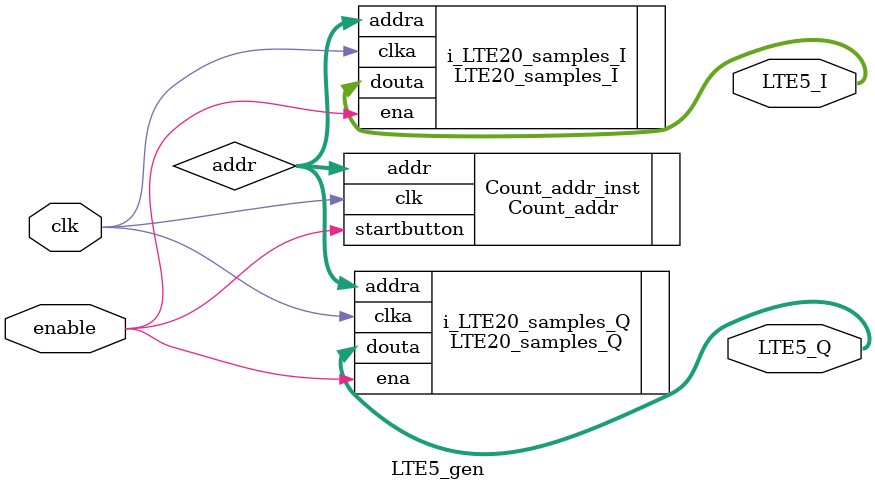
<source format=v>
`timescale 1ns / 1ps


module LTE5_gen(
        output wire [15:0] LTE5_I, 
        output wire [15:0] LTE5_Q, 
         
        input wire enable,
        input wire clk
    );
    
wire [5:0] reg_0;
wire [14:0] addr;
	
LTE20_samples_I i_LTE20_samples_I (
                                   .clka(clk),
                                   .ena(enable),
                                   .addra(addr),
                                   .douta(LTE5_I)
                                   );


LTE20_samples_Q i_LTE20_samples_Q (
                                   .clka(clk),
                                   .ena(enable),
                                   .addra(addr),
                                   .douta(LTE5_Q)
                                   );


Count_addr Count_addr_inst (
                         .addr(addr),
                         .clk(clk),
                         .startbutton(enable)
                         );	 
    
endmodule

</source>
